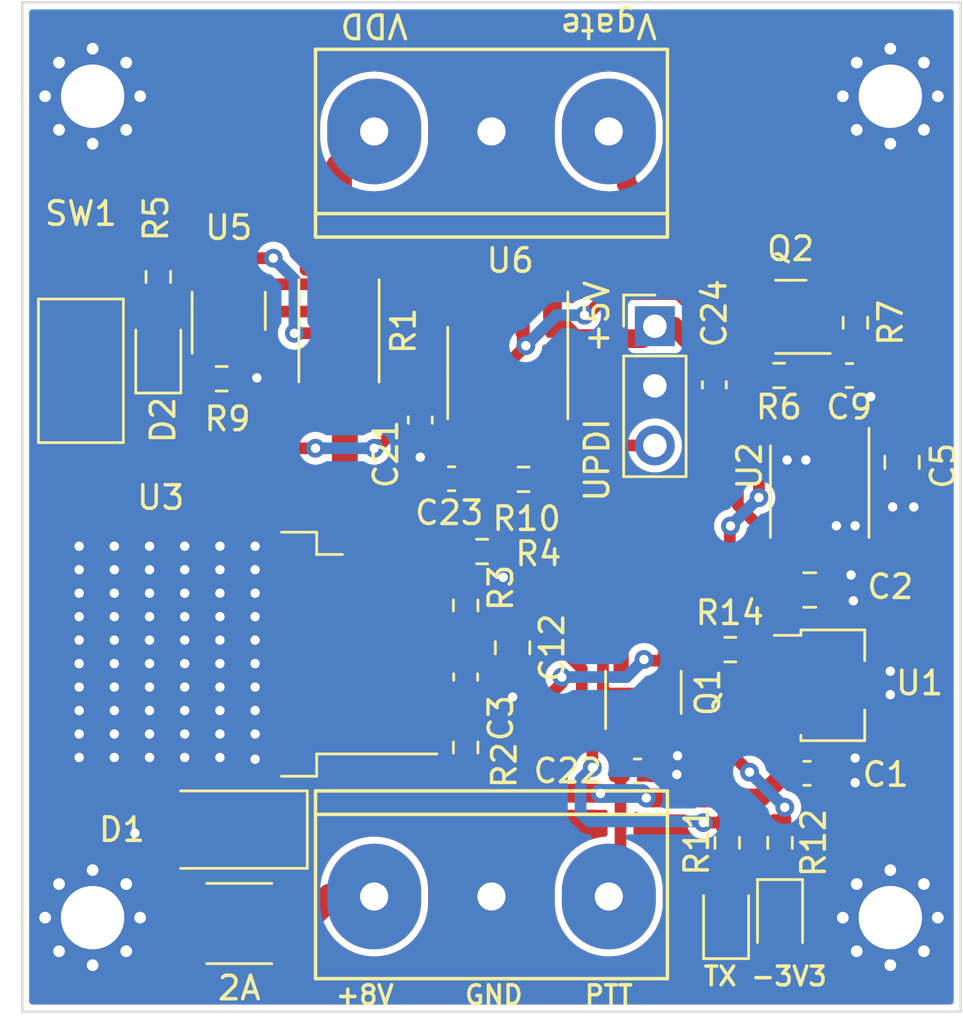
<source format=kicad_pcb>
(kicad_pcb (version 20211014) (generator pcbnew)
  (layers (0 "F.Cu" signal) (31 "B.Cu" signal) (34 "B.Paste" user) (35 "F.Paste" user) (36 "B.SilkS" user "B.Silkscreen") (37 "F.SilkS" user "F.Silkscreen") (38 "B.Mask" user) (39 "F.Mask" user) (44 "Edge.Cuts" user))
  (net 0 "")
  (net 1 "GNDREF")
  (net 2 "+5V")
  (net 3 "Net-(F1-Pad1)")
  (net 4 "Net-(C5-Pad2)")
  (net 5 "Net-(C9-Pad2)")
  (net 6 "Net-(J3-Pad1)")
  (net 7 "Net-(C22-Pad1)")
  (net 8 "Net-(Q1-Pad1)")
  (net 9 "Net-(Q1-Pad2)")
  (net 10 "Net-(R3-Pad2)")
  (net 11 "Net-(C12-Pad1)")
  (net 12 "Net-(D3-Pad2)")
  (net 13 "Net-(D4-Pad1)")
  (net 14 "Net-(C21-Pad2)")
  (net 15 "Net-(C23-Pad1)")
  (net 16 "Net-(J3-Pad3)")
  (net 17 "Net-(J2-Pad3)")
  (net 18 "Net-(Q1-Pad3)")
  (net 19 "Net-(R9-Pad1)")
  (net 20 "Net-(R5-Pad1)")
  (net 21 "Net-(D2-Pad2)")
  (net 22 "Net-(C3-Pad1)")
  (footprint "Capacitor_SMD:C_0603_1608Metric" (layer "F.Cu") (at 177.225 86.75)
    (fp_text reference "C22")
    (fp_text value "100n")
  )
  (footprint "Resistor_SMD:R_0603_1608Metric" (layer "F.Cu") (at 172.365 74.325 180)
    (fp_text reference "R10")
    (fp_text value "470R")
  )
  (footprint "Capacitor_SMD:C_0603_1608Metric" (layer "F.Cu") (at 186.2625 69.9 180)
    (fp_text reference "C9")
    (fp_text value "100n")
  )
  (footprint "Package_TO_SOT_SMD:TO-263-5_TabPin3" (layer "F.Cu") (at 160.6 81.775 180)
    (fp_text reference "U3")
    (fp_text value "MIC29302")
  )
  (footprint "Capacitor_SMD:C_0603_1608Metric" (layer "F.Cu") (at 180.5 70.3 -90)
    (fp_text reference "C24")
    (fp_text value "100n")
  )
  (footprint "Diode_SMD:D_SMA" (layer "F.Cu") (at 159.75 89.25 180)
    (fp_text reference "D1")
    (fp_text value "SS34")
  )
  (footprint "Resistor_SMD:R_0603_1608Metric" (layer "F.Cu") (at 170.6 77.4)
    (fp_text reference "R4")
    (fp_text value "4K7")
  )
  (footprint "Package_TO_SOT_SMD:SOT-23" (layer "F.Cu") (at 183.7625 67.4 180)
    (fp_text reference "Q2")
    (fp_text value "BC850")
  )
  (footprint "MountingHole:MountingHole_2.7mm_M2.5_Pad_Via" (layer "F.Cu") (at 154 58)
    (fp_text reference "H5" hide)
    (fp_text value "~")
  )
  (footprint "MyFootprints:SOT-25_HandSoldering" (layer "F.Cu") (at 177.475 83.4 90)
    (fp_text reference "Q1")
    (fp_text value "FMG1")
  )
  (footprint "Resistor_SMD:R_0603_1608Metric" (layer "F.Cu") (at 183.3 89.8125 -90)
    (fp_text reference "R12")
    (fp_text value "180R")
  )
  (footprint "Fuse:Fuse_1812_4532Metric_Pad1.30x3.40mm_HandSolder" (layer "F.Cu") (at 160.25 93.25 180)
    (fp_text reference "F1" hide)
    (fp_text value "2A")
  )
  (footprint "Package_TO_SOT_SMD:SOT-23-5" (layer "F.Cu") (at 159.8 67.15 90)
    (fp_text reference "U5")
    (fp_text value "INA168")
  )
  (footprint "Capacitor_SMD:C_0603_1608Metric" (layer "F.Cu") (at 167.965 71.8 90)
    (fp_text reference "C21")
    (fp_text value "100n")
  )
  (footprint "LED_SMD:LED_0805_2012Metric" (layer "F.Cu") (at 181 93.0625 90)
    (fp_text reference "D3" hide)
    (fp_text value "LED")
  )
  (footprint "Resistor_SMD:R_0603_1608Metric" (layer "F.Cu") (at 156.8 65.7 -90)
    (fp_text reference "R5")
    (fp_text value "330R")
  )
  (footprint "Capacitor_SMD:C_0603_1608Metric" (layer "F.Cu") (at 169.3 74.3 180)
    (fp_text reference "C23")
    (fp_text value "100n")
  )
  (footprint "Resistor_SMD:R_0603_1608Metric" (layer "F.Cu") (at 186.5125 67.65 90)
    (fp_text reference "R7")
    (fp_text value "10K")
  )
  (footprint "Resistor_SMD:R_2512_6332Metric" (layer "F.Cu") (at 164.5 68 90)
    (fp_text reference "R1")
    (fp_text value "0.05R")
  )
  (footprint "Capacitor_SMD:C_0805_2012Metric" (layer "F.Cu") (at 188.5 73.6 90)
    (fp_text reference "C5")
    (fp_text value "10u")
  )
  (footprint "MountingHole:MountingHole_2.7mm_M2.5_Pad_Via" (layer "F.Cu") (at 188 93)
    (fp_text reference "H2" hide)
    (fp_text value "~")
  )
  (footprint "MyFootprints:KF301-3P" (layer "F.Cu") (at 171 92.1 180)
    (fp_text reference "J1" hide)
    (fp_text value "8V-DC" hide)
  )
  (footprint "Resistor_SMD:R_0603_1608Metric" (layer "F.Cu") (at 169.9 85.75 -90)
    (fp_text reference "R2")
    (fp_text value "4K7")
  )
  (footprint "Resistor_SMD:R_0603_1608Metric" (layer "F.Cu") (at 183.2625 69.9 180)
    (fp_text reference "R6")
    (fp_text value "27K")
  )
  (footprint "Package_TO_SOT_SMD:SOT-89-3" (layer "F.Cu") (at 185.25 83.1)
    (fp_text reference "U1")
    (fp_text value "L78L05_SOT89")
  )
  (footprint "Capacitor_SMD:C_0603_1608Metric" (layer "F.Cu") (at 169.9 82.75 90)
    (fp_text reference "C3")
    (fp_text value "100n")
  )
  (footprint "MyFootprints:KF301-3P" (layer "F.Cu") (at 171 59.5)
    (fp_text reference "J3" hide)
    (fp_text value "RF_unit" hide)
  )
  (footprint "Resistor_SMD:R_0603_1608Metric" (layer "F.Cu") (at 169.9 79.7 90)
    (fp_text reference "R3")
    (fp_text value "22K")
  )
  (footprint "Package_SO:SOIC-8_3.9x4.9mm_P1.27mm" (layer "F.Cu") (at 171.695 69.795 -90)
    (fp_text reference "U6")
    (fp_text value "ATtiny412-SS")
  )
  (footprint "MountingHole:MountingHole_2.7mm_M2.5_Pad_Via" (layer "F.Cu") (at 154 93)
    (fp_text reference "H3" hide)
    (fp_text value "~")
  )
  (footprint "Capacitor_SMD:C_0603_1608Metric" (layer "F.Cu") (at 184.45 86.85)
    (fp_text reference "C1")
    (fp_text value "100n")
  )
  (footprint "LED_SMD:LED_0805_2012Metric" (layer "F.Cu") (at 156.8 68.9625 90)
    (fp_text reference "D2")
    (fp_text value "LED")
  )
  (footprint "Resistor_SMD:R_0603_1608Metric" (layer "F.Cu") (at 181.05 89.8125 -90)
    (fp_text reference "R11")
    (fp_text value "1K")
  )
  (footprint "MyFootprints:R05C1TF05S" (layer "F.Cu") (at 184.99 74.85 -90)
    (fp_text reference "U2")
    (fp_text value "R05C1TF05S-R")
  )
  (footprint "MountingHole:MountingHole_2.7mm_M2.5_Pad_Via" (layer "F.Cu") (at 188 58)
    (fp_text reference "H6" hide)
    (fp_text value "~")
  )
  (footprint "Capacitor_SMD:C_0805_2012Metric" (layer "F.Cu") (at 184.565 79.04)
    (fp_text reference "C2")
    (fp_text value "10u")
  )
  (footprint "Connector_PinHeader_2.54mm:PinHeader_1x03_P2.54mm_Vertical" (layer "F.Cu") (at 177.965 67.8)
    (fp_text reference "J2" hide)
    (fp_text value "UPDI")
  )
  (footprint "Resistor_SMD:R_0603_1608Metric" (layer "F.Cu") (at 159.5 70.0375)
    (fp_text reference "R9")
    (fp_text value "10K")
  )
  (footprint "LED_SMD:LED_0805_2012Metric" (layer "F.Cu") (at 183.3 93.0625 -90)
    (fp_text reference "D4" hide)
    (fp_text value "LED")
  )
  (footprint "Button_Switch_SMD:SW_SPST_FSMSM" (layer "F.Cu") (at 153.5 69.7 90)
    (fp_text reference "SW1")
    (fp_text value "SW_Push")
  )
  (footprint "Capacitor_SMD:C_0805_2012Metric" (layer "F.Cu") (at 171.9 81.5 -90)
    (fp_text reference "C12")
    (fp_text value "10u")
  )
  (footprint "Resistor_SMD:R_0603_1608Metric" (layer "F.Cu") (at 181.18 81.58 180)
    (fp_text reference "R14")
    (fp_text value "10K")
  )
  (gr_rect (start 151 54) (end 191 97) (layer "Edge.Cuts") (width 0.1) (fill none))
  (gr_text "+5V" (at 175.5 67.4 90) (layer "F.SilkS") (effects (font (size 1 1))))
  (gr_text "2A" (at 160.25 96) (layer "F.SilkS") (effects (font (size 1 1))))
  (gr_text "Vgate" (at 176 55 180) (layer "F.SilkS") (effects (font (size 1 1))))
  (gr_text "PTT" (at 176 96.3) (layer "F.SilkS") (effects (font (size 0.8 0.8))))
  (gr_text "VDD" (at 166 55 180) (layer "F.SilkS") (effects (font (size 1 1))))
  (gr_text "TX" (at 180.75 95.5) (layer "F.SilkS") (effects (font (size 0.8 0.8))))
  (gr_text "-3V3" (at 183.68 95.5) (layer "F.SilkS") (effects (font (size 0.8 0.8))))
  (gr_text "+8V" (at 165.6 96.3) (layer "F.SilkS") (effects (font (size 0.8 0.8))))
  (gr_text "GND" (at 171.1 96.3) (layer "F.SilkS") (effects (font (size 0.8 0.8))))
  (gr_text "UPDI" (at 175.5 73.5 90) (layer "F.SilkS") (effects (font (size 1 1))))
  (segment (start 189 75.05) (end 188.5 74.55) (width 0.5) (layer "F.Cu") (net 1))
  (segment (start 188.5 74.55) (end 188.5 75.1) (width 0.5) (layer "F.Cu") (net 1))
  (segment (start 189 75.5) (end 189 75.05) (width 0.5) (layer "F.Cu") (net 1))
  (segment (start 178.5 86.8) (end 177.475 85.775) (width 0.5) (layer "F.Cu") (net 1))
  (segment (start 186.5 76.3) (end 186.5 77.1225) (width 0.8) (layer "F.Cu") (net 1))
  (segment (start 184.399022 83.1) (end 183.6875 83.1) (width 0.8) (layer "F.Cu") (net 1))
  (segment (start 159.8 68.2875) (end 159.8 69.5125) (width 0.5) (layer "F.Cu") (net 1))
  (segment (start 186.155 78.4) (end 185.515 79.04) (width 0.5) (layer "F.Cu") (net 1))
  (segment (start 186.325 78.4) (end 186.155 78.4) (width 0.5) (layer "F.Cu") (net 1))
  (segment (start 186.425 79.5) (end 185.975 79.5) (width 0.5) (layer "F.Cu") (net 1))
  (segment (start 184.69 72.425) (end 184.69 73.39) (width 0.5) (layer "F.Cu") (net 1))
  (segment (start 185.8 87.25) (end 185.4 86.85) (width 0.5) (layer "F.Cu") (net 1))
  (segment (start 185.7 76.3) (end 185.7 76.3225) (width 0.8) (layer "F.Cu") (net 1))
  (segment (start 184.09 72.425) (end 184.09 73.21) (width 0.5) (layer "F.Cu") (net 1))
  (segment (start 178.65 86.75) (end 178 86.75) (width 0.5) (layer "F.Cu") (net 1))
  (segment (start 177.455 70.85) (end 177.965 70.34) (width 0.5) (layer "F.Cu") (net 1))
  (segment (start 184.0875 83.5) (end 183.6875 83.1) (width 0.5) (layer "F.Cu") (net 1))
  (segment (start 185.29 77.275) (end 185.29 76.71) (width 0.3) (layer "F.Cu") (net 1))
  (segment (start 179.765 70.34) (end 180.5 71.075) (width 0.5) (layer "F.Cu") (net 1))
  (segment (start 178.932273 86.367727) (end 178.5 86.8) (width 0.5) (layer "F.Cu") (net 1))
  (segment (start 183.4 72.4075) (end 183.4 73.1925) (width 0.5) (layer "F.Cu") (net 1))
  (segment (start 178.932273 86.101121) (end 178.932273 86.367727) (width 0.5) (layer "F.Cu") (net 1))
  (segment (start 185.4 86.85) (end 185.4 84.100978) (width 0.8) (layer "F.Cu") (net 1))
  (segment (start 175.215 70.85) (end 177.455 70.85) (width 0.5) (layer "F.Cu") (net 1))
  (segment (start 185.4 84.100978) (end 184.399022 83.1) (width 0.8) (layer "F.Cu") (net 1))
  (segment (start 175.215 70.85) (end 175.02 70.85) (width 0.5) (layer "F.Cu") (net 1))
  (segment (start 186.05 86.2) (end 185.4 86.85) (width 0.5) (layer "F.Cu") (net 1))
  (segment (start 186.5 87.25) (end 185.8 87.25) (width 0.5) (layer "F.Cu") (net 1))
  (segment (start 177.965 70.34) (end 179.765 70.34) (width 0.5) (layer "F.Cu") (net 1))
  (segment (start 188.5 75.1) (end 188.1 75.5) (width 0.5) (layer "F.Cu") (net 1))
  (segment (start 188 83.5) (end 184.0875 83.5) (width 0.5) (layer "F.Cu") (net 1))
  (segment (start 185.29 76.71) (end 185.7 76.3) (width 0.3) (layer "F.Cu") (net 1))
  (segment (start 159.8 69.5125) (end 160.325 70.0375) (width 0.5) (layer "F.Cu") (net 1))
  (segment (start 187.0375 69.9) (end 187.0375 70.6745) (width 0.5) (layer "F.Cu") (net 1))
  (segment (start 186.6275 77.25) (end 186.45 77.25) (width 0.3) (layer "F.Cu") (net 1))
  (segment (start 177.475 85.775) (end 177.475 84.75) (width 0.5) (layer "F.Cu") (net 1))
  (segment (start 186.45 77.25) (end 185.915 77.25) (width 0.3) (layer "F.Cu") (net 1))
  (segment (start 184.39 73.49) (end 184.4 73.5) (width 0.5) (layer "F.Cu") (net 1))
  (segment (start 185.7 76.38875) (end 185.7 77.21125) (width 0.8) (layer "F.Cu") (net 1))
  (segment (start 188 82.5) (end 184.2875 82.5) (width 0.5) (layer "F.Cu") (net 1))
  (segment (start 186.5 86.2) (end 186.05 86.2) (width 0.5) (layer "F.Cu") (net 1))
  (segment (start 175.02 70.85) (end 173.6 72.27) (width 0.5) (layer "F.Cu") (net 1))
  (segment (start 187.0375 70.6745) (end 187.163 70.8) (width 0.5) (layer "F.Cu") (net 1))
  (segment (start 185.975 79.5) (end 185.515 79.04) (width 0.5) (layer "F.Cu") (net 1))
  (segment (start 184.2875 82.5) (end 183.6875 83.1) (width 0.5) (layer "F.Cu") (net 1))
  (via (at 157.925 81.175) (size 0.8) (drill 0.4) (layers "F.Cu" "B.Cu") (net 1))
  (via (at 161 70) (size 0.8) (drill 0.4) (layers "F.Cu" "B.Cu") (net 1))
  (via (at 155.8 89.4) (size 0.8) (drill 0.4) (layers "F.Cu" "B.Cu") (net 1))
  (via (at 185.7 76.3) (size 0.8) (drill 0.4) (layers "F.Cu" "B.Cu") (net 1))
  (via (at 186.325 78.4) (size 0.8) (drill 0.4) (layers "F.Cu" "B.Cu") (net 1))
  (via (at 156.425 83.175) (size 0.8) (drill 0.4) (layers "F.Cu" "B.Cu") (net 1))
  (via (at 186.5 86.2) (size 0.8) (drill 0.4) (layers "F.Cu" "B.Cu") (net 1))
  (via (at 156.425 80.175) (size 0.8) (drill 0.4) (layers "F.Cu" "B.Cu") (net 1))
  (via (at 160.925 78.175) (size 0.8) (drill 0.4) (layers "F.Cu" "B.Cu") (net 1))
  (via (at 154.925 82.175) (size 0.8) (drill 0.4) (layers "F.Cu" "B.Cu") (net 1))
  (via (at 154.925 84.175) (size 0.8) (drill 0.4) (layers "F.Cu" "B.Cu") (net 1))
  (via (at 184.4 73.5) (size 0.8) (drill 0.4) (layers "F.Cu" "B.Cu") (net 1))
  (via (at 171.9 83.6) (size 0.8) (drill 0.4) (layers "F.Cu" "B.Cu") (net 1))
  (via (at 153.425 80.175) (size 0.8) (drill 0.4) (layers "F.Cu" "B.Cu") (net 1))
  (via (at 156.425 77.175) (size 0.8) (drill 0.4) (layers "F.Cu" "B.Cu") (net 1))
  (via (at 160.925 86.25) (size 0.8) (drill 0.4) (layers "F.Cu" "B.Cu") (net 1))
  (via (at 156.425 81.175) (size 0.8) (drill 0.4) (layers "F.Cu" "B.Cu") (net 1))
  (via (at 154.925 83.175) (size 0.8) (drill 0.4) (layers "F.Cu" "B.Cu") (net 1))
  (via (at 156.425 79.175) (size 0.8) (drill 0.4) (layers "F.Cu" "B.Cu") (net 1))
  (via (at 188 83.5) (size 0.8) (drill 0.4) (layers "F.Cu" "B.Cu") (net 1))
  (via (at 160.925 80.175) (size 0.8) (drill 0.4) (layers "F.Cu" "B.Cu") (net 1))
  (via (at 159.425 86.175) (size 0.8) (drill 0.4) (layers "F.Cu" "B.Cu") (net 1))
  (via (at 160.925 83.175) (size 0.8) (drill 0.4) (layers "F.Cu" "B.Cu") (net 1))
  (via (at 160.925 81.175) (size 0.8) (drill 0.4) (layers "F.Cu" "B.Cu") (net 1))
  (via (at 159.425 79.175) (size 0.8) (drill 0.4) (layers "F.Cu" "B.Cu") (net 1))
  (via (at 153.425 83.175) (size 0.8) (drill 0.4) (layers "F.Cu" "B.Cu") (net 1))
  (via (at 153.425 79.175) (size 0.8) (drill 0.4) (layers "F.Cu" "B.Cu") (net 1))
  (via (at 153.425 81.175) (size 0.8) (drill 0.4) (layers "F.Cu" "B.Cu") (net 1))
  (via (at 159.425 85.175) (size 0.8) (drill 0.4) (layers "F.Cu" "B.Cu") (net 1))
  (via (at 188 82.5) (size 0.8) (drill 0.4) (layers "F.Cu" "B.Cu") (net 1))
  (via (at 178.9 86.9) (size 0.8) (drill 0.4) (layers "F.Cu" "B.Cu") (net 1))
  (via (at 159.425 83.175) (size 0.8) (drill 0.4) (layers "F.Cu" "B.Cu") (net 1))
  (via (at 153.425 85.175) (size 0.8) (drill 0.4) (layers "F.Cu" "B.Cu") (net 1))
  (via (at 153.425 82.175) (size 0.8) (drill 0.4) (layers "F.Cu" "B.Cu") (net 1))
  (via (at 159.425 81.175) (size 0.8) (drill 0.4) (layers "F.Cu" "B.Cu") (net 1))
  (via (at 186.5 76.3) (size 0.8) (drill 0.4) (layers "F.Cu" "B.Cu") (net 1))
  (via (at 157.925 82.175) (size 0.8) (drill 0.4) (layers "F.Cu" "B.Cu") (net 1))
  (via (at 160.925 85.175) (size 0.8) (drill 0.4) (layers "F.Cu" "B.Cu") (net 1))
  (via (at 157.925 80.175) (size 0.8) (drill 0.4) (layers "F.Cu" "B.Cu") (net 1))
  (via (at 154.925 78.175) (size 0.8) (drill 0.4) (layers "F.Cu" "B.Cu") (net 1))
  (via (at 156.425 82.175) (size 0.8) (drill 0.4) (layers "F.Cu" "B.Cu") (net 1))
  (via (at 154.925 77.175) (size 0.8) (drill 0.4) (layers "F.Cu" "B.Cu") (net 1))
  (via (at 167.965 73.38) (size 0.8) (drill 0.4) (layers "F.Cu" "B.Cu") (net 1))
  (via (at 153.425 86.175) (size 0.8) (drill 0.4) (layers "F.Cu" "B.Cu") (net 1))
  (via (at 160.925 79.175) (size 0.8) (drill 0.4) (layers "F.Cu" "B.Cu") (net 1))
  (via (at 187.163 70.8) (size 0.8) (drill 0.4) (layers "F.Cu" "B.Cu") (net 1))
  (via (at 153.425 84.175) (size 0.8) (drill 0.4) (layers "F.Cu" "B.Cu") (net 1))
  (via (at 154.925 80.175) (size 0.8) (drill 0.4) (layers "F.Cu" "B.Cu") (net 1))
  (via (at 153.425 78.175) (size 0.8) (drill 0.4) (layers "F.Cu" "B.Cu") (net 1))
  (via (at 186.5 87.25) (size 0.8) (drill 0.4) (layers "F.Cu" "B.Cu") (net 1))
  (via (at 156.425 84.175) (size 0.8) (drill 0.4) (layers "F.Cu" "B.Cu") (net 1))
  (via (at 159.425 78.175) (size 0.8) (drill 0.4) (layers "F.Cu" "B.Cu") (net 1))
  (via (at 157.925 79.175) (size 0.8) (drill 0.4) (layers "F.Cu" "B.Cu") (net 1))
  (via (at 154.925 81.175) (size 0.8) (drill 0.4) (layers "F.Cu" "B.Cu") (net 1))
  (via (at 171.5 78.5) (size 0.8) (drill 0.4) (layers "F.Cu" "B.Cu") (net 1))
  (via (at 183.6 73.5) (size 0.8) (drill 0.4) (layers "F.Cu" "B.Cu") (net 1))
  (via (at 157.925 77.175) (size 0.8) (drill 0.4) (layers "F.Cu" "B.Cu") (net 1))
  (via (at 156.425 78.175) (size 0.8) (drill 0.4) (layers "F.Cu" "B.Cu") (net 1))
  (via (at 154.925 85.175) (size 0.8) (drill 0.4) (layers "F.Cu" "B.Cu") (net 1))
  (via (at 157.925 84.175) (size 0.8) (drill 0.4) (layers "F.Cu" "B.Cu") (net 1))
  (via (at 154.925 79.175) (size 0.8) (drill 0.4) (layers "F.Cu" "B.Cu") (net 1))
  (via (at 178.932273 86.101121) (size 0.8) (drill 0.4) (layers "F.Cu" "B.Cu") (net 1))
  (via (at 159.425 80.175) (size 0.8) (drill 0.4) (layers "F.Cu" "B.Cu") (net 1))
  (via (at 186.425 79.5) (size 0.8) (drill 0.4) (layers "F.Cu" "B.Cu") (net 1))
  (via (at 157.925 78.175) (size 0.8) (drill 0.4) (layers "F.Cu" "B.Cu") (net 1))
  (via (at 160.925 82.175) (size 0.8) (drill 0.4) (layers "F.Cu" "B.Cu") (net 1))
  (via (at 189 75.5) (size 0.8) (drill 0.4) (layers "F.Cu" "B.Cu") (net 1))
  (via (at 154.925 86.175) (size 0.8) (drill 0.4) (layers "F.Cu" "B.Cu") (net 1))
  (via (at 159.425 82.175) (size 0.8) (drill 0.4) (layers "F.Cu" "B.Cu") (net 1))
  (via (at 159.425 84.175) (size 0.8) (drill 0.4) (layers "F.Cu" "B.Cu") (net 1))
  (via (at 188.1 75.5) (size 0.8) (drill 0.4) (layers "F.Cu" "B.Cu") (net 1))
  (via (at 153.425 77.175) (size 0.8) (drill 0.4) (layers "F.Cu" "B.Cu") (net 1))
  (via (at 157.925 83.175) (size 0.8) (drill 0.4) (layers "F.Cu" "B.Cu") (net 1))
  (via (at 160.925 84.175) (size 0.8) (drill 0.4) (layers "F.Cu" "B.Cu") (net 1))
  (via (at 157.925 86.175) (size 0.8) (drill 0.4) (layers "F.Cu" "B.Cu") (net 1))
  (via (at 159.425 77.175) (size 0.8) (drill 0.4) (layers "F.Cu" "B.Cu") (net 1))
  (via (at 157.925 85.175) (size 0.8) (drill 0.4) (layers "F.Cu" "B.Cu") (net 1))
  (via (at 156.425 86.175) (size 0.8) (drill 0.4) (layers "F.Cu" "B.Cu") (net 1))
  (via (at 160.925 77.175) (size 0.8) (drill 0.4) (layers "F.Cu" "B.Cu") (net 1))
  (via (at 156.425 85.175) (size 0.8) (drill 0.4) (layers "F.Cu" "B.Cu") (net 1))
  (segment (start 183.24048 77.275) (end 183.24048 77.752042) (width 0.8) (layer "F.Cu") (net 2))
  (segment (start 173.6 67.378523) (end 174.550988 68.329511) (width 0.8) (layer "F.Cu") (net 2))
  (segment (start 158.85 66.0125) (end 159.0125 66.0125) (width 0.5) (layer "F.Cu") (net 2))
  (segment (start 173.6 66.555019) (end 172.790461 65.74548) (width 0.8) (layer "F.Cu") (net 2))
  (segment (start 181.5 75.4225) (end 183.3525 77.275) (width 0.5) (layer "F.Cu") (net 2))
  (segment (start 173.6 67.32) (end 173.6 67.378523) (width 0.8) (layer "F.Cu") (net 2))
  (segment (start 183.6 81.6) (end 183.6 77.5225) (width 1.1) (layer "F.Cu") (net 2))
  (segment (start 183.6 81.6) (end 182.025 81.6) (width 0.5) (layer "F.Cu") (net 2))
  (segment (start 173.6 67.32) (end 173.6 66.908573) (width 0.3) (layer "F.Cu") (net 2))
  (segment (start 180.92677 69.95177) (end 180.5 69.525) (width 0.5) (layer "F.Cu") (net 2))
  (segment (start 174.550988 68.329511) (end 177.435489 68.329511) (width 0.8) (layer "F.Cu") (net 2))
  (segment (start 168.09952 65.74548) (end 166.66952 67.17548) (width 0.8) (layer "F.Cu") (net 2))
  (segment (start 159.0125 66.0125) (end 160.17548 67.17548) (width 0.5) (layer "F.Cu") (net 2))
  (segment (start 177.435489 68.329511) (end 177.965 67.8) (width 0.8) (layer "F.Cu") (net 2))
  (segment (start 181.5 69.95177) (end 181.5 75.4225) (width 0.5) (layer "F.Cu") (net 2))
  (segment (start 173.6 66.767151) (end 173.6 67.32) (width 0.5) (layer "F.Cu") (net 2))
  (segment (start 184.09 77.275) (end 184.69 77.275) (width 0.5) (layer "F.Cu") (net 2))
  (segment (start 172.790461 65.74548) (end 168.09952 65.74548) (width 0.8) (layer "F.Cu") (net 2))
  (segment (start 178.775 67.8) (end 180.5 69.525) (width 0.8) (layer "F.Cu") (net 2))
  (segment (start 173.6 67.32) (end 173.6 66.555019) (width 0.8) (layer "F.Cu") (net 2))
  (segment (start 182.025 81.6) (end 182.005 81.58) (width 0.5) (layer "F.Cu") (net 2))
  (segment (start 177.965 67.8) (end 178.775 67.8) (width 0.8) (layer "F.Cu") (net 2))
  (segment (start 181.5 69.95177) (end 180.92677 69.95177) (width 0.5) (layer "F.Cu") (net 2))
  (segment (start 160.17548 67.17548) (end 166.66952 67.17548) (width 0.5) (layer "F.Cu") (net 2))
  (segment (start 183.6 77.5225) (end 183.3525 77.275) (width 1.1) (layer "F.Cu") (net 2))
  (segment (start 164.125 92.1) (end 163.225 93) (width 1.1) (layer "F.Cu") (net 3))
  (segment (start 166.83 92.1) (end 164.125 92.1) (width 1.1) (layer "F.Cu") (net 3))
  (segment (start 186.6275 72.425) (end 185.89 72.425) (width 0.3) (layer "F.Cu") (net 4))
  (segment (start 182.935978 71.6) (end 184.97943 71.6) (width 0.5) (layer "F.Cu") (net 4))
  (segment (start 188.5 72.65) (end 188.5 68.46) (width 0.8) (layer "F.Cu") (net 4))
  (segment (start 188.5 68.46) (end 186.865 66.825) (width 0.8) (layer "F.Cu") (net 4))
  (segment (start 181.16 85.96) (end 182 86.8) (width 0.5) (layer "F.Cu") (net 4))
  (segment (start 182.825 67.4) (end 185.9375 67.4) (width 0.5) (layer "F.Cu") (net 4))
  (segment (start 186.865 66.825) (end 186.5125 66.825) (width 0.8) (layer "F.Cu") (net 4))
  (segment (start 186.6275 72.425) (end 188.275 72.425) (width 0.8) (layer "F.Cu") (net 4))
  (segment (start 182.4 75.1) (end 182.4 72.135978) (width 0.5) (layer "F.Cu") (net 4))
  (segment (start 188.275 72.425) (end 188.5 72.65) (width 0.8) (layer "F.Cu") (net 4))
  (segment (start 184.97943 71.6) (end 185.725 72.34557) (width 0.5) (layer "F.Cu") (net 4))
  (segment (start 181.16 76.34) (end 181.16 80.75) (width 0.5) (layer "F.Cu") (net 4))
  (segment (start 186.5125 66.825) (end 186.595 66.825) (width 0.5) (layer "F.Cu") (net 4))
  (segment (start 181.16 82.395) (end 181.16 86) (width 0.5) (layer "F.Cu") (net 4))
  (segment (start 181.16 80.25) (end 181.16 85.96) (width 0.3) (layer "F.Cu") (net 4))
  (segment (start 183.5 88.3) (end 183.5 88.7875) (width 0.5) (layer "F.Cu") (net 4))
  (segment (start 182.4 72.135978) (end 182.935978 71.6) (width 0.5) (layer "F.Cu") (net 4))
  (segment (start 185.9375 67.4) (end 186.5125 66.825) (width 0.5) (layer "F.Cu") (net 4))
  (segment (start 183.5 88.7875) (end 183.3 88.9875) (width 0.5) (layer "F.Cu") (net 4))
  (segment (start 181.188062 76.311938) (end 181.16 76.34) (width 0.5) (layer "F.Cu") (net 4))
  (via (at 183.5 88.3) (size 0.8) (drill 0.4) (layers "F.Cu" "B.Cu") (net 4))
  (via (at 181.188062 76.311938) (size 0.8) (drill 0.4) (layers "F.Cu" "B.Cu") (net 4))
  (via (at 182 86.8) (size 0.8) (drill 0.4) (layers "F.Cu" "B.Cu") (net 4))
  (via (at 182.4 75.1) (size 0.8) (drill 0.4) (layers "F.Cu" "B.Cu") (net 4))
  (segment (start 182 86.8) (end 183.5 88.3) (width 0.5) (layer "B.Cu") (net 4))
  (segment (start 182.4 75.1) (end 181.188062 76.311938) (width 0.5) (layer "B.Cu") (net 4))
  (segment (start 184.0875 69.9) (end 184.0875 68.9625) (width 0.5) (layer "F.Cu") (net 5))
  (segment (start 184.0875 68.9625) (end 184.7 68.35) (width 0.5) (layer "F.Cu") (net 5))
  (segment (start 185.4875 69.9) (end 184.0875 69.9) (width 0.5) (layer "F.Cu") (net 5))
  (segment (start 186.5125 68.475) (end 186.5125 68.875) (width 0.3) (layer "F.Cu") (net 5))
  (segment (start 186.5125 68.875) (end 185.4875 69.9) (width 0.5) (layer "F.Cu") (net 5))
  (segment (start 164.5 61) (end 166 59.5) (width 1.1) (layer "F.Cu") (net 6))
  (segment (start 163.525 66.0125) (end 164.5 65.0375) (width 0.5) (layer "F.Cu") (net 6))
  (segment (start 160.75 66.0125) (end 163.525 66.0125) (width 0.5) (layer "F.Cu") (net 6))
  (segment (start 164.5 65.0375) (end 164.5 61) (width 1.1) (layer "F.Cu") (net 6))
  (segment (start 176.5 86.8) (end 176.45 86.75) (width 0.3) (layer "F.Cu") (net 7))
  (segment (start 176.525 84.75) (end 176.525 86.675) (width 0.5) (layer "F.Cu") (net 7))
  (segment (start 176.525 86.675) (end 176.45 86.75) (width 0.3) (layer "F.Cu") (net 7))
  (segment (start 176.5 91.77) (end 176.5 86.8) (width 0.5) (layer "F.Cu") (net 7))
  (segment (start 172.3 75.7) (end 176.525 79.925) (width 0.5) (layer "F.Cu") (net 8))
  (segment (start 172.33 72.27) (end 172.33 75.5) (width 0.3) (layer "F.Cu") (net 8))
  (segment (start 176.525 79.925) (end 176.525 82.05) (width 0.5) (layer "F.Cu") (net 8))
  (segment (start 172.3 75.5) (end 172.3 75.7) (width 0.5) (layer "F.Cu") (net 8))
  (segment (start 169.75 86.575) (end 168.35 85.175) (width 0.5) (layer "F.Cu") (net 9))
  (segment (start 170.425 86.575) (end 174 83) (width 0.5) (layer "F.Cu") (net 9))
  (segment (start 174 83) (end 174 82.75) (width 0.5) (layer "F.Cu") (net 9))
  (segment (start 178.425 82.05) (end 177.55 82.05) (width 0.5) (layer "F.Cu") (net 9))
  (segment (start 170.425 86.575) (end 169.75 86.575) (width 0.5) (layer "F.Cu") (net 9))
  (segment (start 168.35 85.175) (end 166.375 85.175) (width 0.5) (layer "F.Cu") (net 9))
  (segment (start 177.55 82.05) (end 177.5 82) (width 0.5) (layer "F.Cu") (net 9))
  (via (at 177.5 82) (size 0.8) (drill 0.4) (layers "F.Cu" "B.Cu") (net 9))
  (via (at 174 82.75) (size 0.8) (drill 0.4) (layers "F.Cu" "B.Cu") (net 9))
  (segment (start 174 82.75) (end 176.75 82.75) (width 0.5) (layer "B.Cu") (net 9))
  (segment (start 176.75 82.75) (end 177.5 82) (width 0.5) (layer "B.Cu") (net 9))
  (segment (start 169.4 78.375) (end 169.9 78.875) (width 0.3) (layer "F.Cu") (net 10))
  (segment (start 169.775 78.75) (end 169.9 78.875) (width 0.3) (layer "F.Cu") (net 10))
  (segment (start 166.375 78.375) (end 169.4 78.375) (width 0.3) (layer "F.Cu") (net 10))
  (segment (start 169.775 77.4) (end 169.775 78.75) (width 0.5) (layer "F.Cu") (net 10))
  (segment (start 171.875 80.525) (end 171.9 80.55) (width 0.3) (layer "F.Cu") (net 11))
  (segment (start 180.03 88.95) (end 181.0125 88.95) (width 0.5) (layer "F.Cu") (net 11))
  (segment (start 169.9 80.525) (end 171.875 80.525) (width 0.5) (layer "F.Cu") (net 11))
  (segment (start 175.3 86.6) (end 175.3 84.8) (width 0.5) (layer "F.Cu") (net 11))
  (segment (start 164.75 71) (end 164.75 75.25) (width 1.1) (layer "F.Cu") (net 11))
  (segment (start 166.375 80.075) (end 164.025978 80.075) (width 0.8) (layer "F.Cu") (net 11))
  (segment (start 175.3 84.8) (end 174.849511 84.349511) (width 0.5) (layer "F.Cu") (net 11))
  (segment (start 164.75 75.25) (end 163 77) (width 1.1) (layer "F.Cu") (net 11))
  (segment (start 160.75 68.2875) (end 161.2875 68.2875) (width 0.5) (layer "F.Cu") (net 11))
  (segment (start 166.375 80.075) (end 169.45 80.075) (width 0.5) (layer "F.Cu") (net 11))
  (segment (start 161.2875 68.2875) (end 163.9625 70.9625) (width 0.5) (layer "F.Cu") (net 11))
  (segment (start 163 79.049022) (end 163 77) (width 1.1) (layer "F.Cu") (net 11))
  (segment (start 173.001391 80.55) (end 171.9 80.55) (width 0.5) (layer "F.Cu") (net 11))
  (segment (start 174.849511 82.39812) (end 173.001391 80.55) (width 0.5) (layer "F.Cu") (net 11))
  (segment (start 174.849511 84.349511) (end 174.849511 82.39812) (width 0.5) (layer "F.Cu") (net 11))
  (segment (start 181.0125 88.95) (end 181.05 88.9875) (width 0.5) (layer "F.Cu") (net 11))
  (segment (start 169.45 80.075) (end 169.9 80.525) (width 0.5) (layer "F.Cu") (net 11))
  (segment (start 164.025978 80.075) (end 163 79.049022) (width 1.1) (layer "F.Cu") (net 11))
  (segment (start 163.9625 70.9625) (end 164.5 70.9625) (width 0.5) (layer "F.Cu") (net 11))
  (via (at 175.3 86.6) (size 0.8) (drill 0.4) (layers "F.Cu" "B.Cu") (net 11))
  (via (at 180.03 88.95) (size 0.8) (drill 0.4) (layers "F.Cu" "B.Cu") (net 11))
  (segment (start 174.79998 87.10002) (end 174.9 87) (width 0.5) (layer "B.Cu") (net 11))
  (segment (start 179.98 88.9) (end 180.03 88.95) (width 0.3) (layer "B.Cu") (net 11))
  (segment (start 175 88.75) (end 174.79998 88.54998) (width 0.5) (layer "B.Cu") (net 11))
  (segment (start 174.9 87) (end 175.3 86.6) (width 0.5) (layer "B.Cu") (net 11))
  (segment (start 174.79998 88.54998) (end 174.79998 87.10002) (width 0.5) (layer "B.Cu") (net 11))
  (segment (start 175 88.75) (end 175.15 88.9) (width 0.3) (layer "B.Cu") (net 11))
  (segment (start 175.15 88.9) (end 179.98 88.9) (width 0.5) (layer "B.Cu") (net 11))
  (segment (start 181.05 90.6375) (end 181.05 92.075) (width 0.8) (layer "F.Cu") (net 12))
  (segment (start 181.05 92.075) (end 181 92.125) (width 0.8) (layer "F.Cu") (net 12))
  (segment (start 183.3 90.6375) (end 183.3 92.125) (width 0.5) (layer "F.Cu") (net 13))
  (segment (start 172.33 68.765) (end 172.33 67.32) (width 0.5) (layer "F.Cu") (net 14))
  (segment (start 179.05548 66.43) (end 179.05548 66.51798) (width 0.5) (layer "F.Cu") (net 14))
  (segment (start 167.965 71.025) (end 169.190489 71.025) (width 0.5) (layer "F.Cu") (net 14))
  (segment (start 170.24952 70.84548) (end 172.33 68.765) (width 0.5) (layer "F.Cu") (net 14))
  (segment (start 175.065 67.33) (end 175.965 66.43) (width 0.5) (layer "F.Cu") (net 14))
  (segment (start 179.05548 66.51798) (end 182.4375 69.9) (width 0.5) (layer "F.Cu") (net 14))
  (segment (start 175.965 66.43) (end 179.05548 66.43) (width 0.5) (layer "F.Cu") (net 14))
  (segment (start 169.370009 70.84548) (end 170.24952 70.84548) (width 0.5) (layer "F.Cu") (net 14))
  (segment (start 169.190489 71.025) (end 169.370009 70.84548) (width 0.5) (layer "F.Cu") (net 14))
  (via (at 172.465 68.63) (size 0.8) (drill 0.4) (layers "F.Cu" "B.Cu") (net 14))
  (via (at 174.965 67.33) (size 0.8) (drill 0.4) (layers "F.Cu" "B.Cu") (net 14))
  (segment (start 173.765 67.33) (end 172.465 68.63) (width 0.5) (layer "B.Cu") (net 14))
  (segment (start 175.065 67.33) (end 173.765 67.33) (width 0.5) (layer "B.Cu") (net 14))
  (segment (start 171.06 73.845) (end 171.54 74.325) (width 0.3) (layer "F.Cu") (net 15))
  (segment (start 171.06 72.27) (end 171.06 73.845) (width 0.3) (layer "F.Cu") (net 15))
  (segment (start 171.06 73.4) (end 170.13 74.33) (width 0.25) (layer "F.Cu") (net 15))
  (segment (start 171.06 72.27) (end 171.06 73.4) (width 0.25) (layer "F.Cu") (net 15))
  (segment (start 181.45 66.45) (end 184.7 66.45) (width 0.8) (layer "F.Cu") (net 16))
  (segment (start 176.75 61) (end 176.75 61.75) (width 0.8) (layer "F.Cu") (net 16))
  (segment (start 176.75 61.75) (end 181.45 66.45) (width 0.8) (layer "F.Cu") (net 16))
  (segment (start 175.265 74.33) (end 173.195 74.33) (width 0.5) (layer "F.Cu") (net 17))
  (segment (start 176.715 72.88) (end 175.265 74.33) (width 0.5) (layer "F.Cu") (net 17))
  (segment (start 173.195 74.33) (end 173.19 74.325) (width 0.5) (layer "F.Cu") (net 17))
  (segment (start 177.965 72.88) (end 176.715 72.88) (width 0.5) (layer "F.Cu") (net 17))
  (segment (start 175.75 83.279022) (end 175.920978 83.45) (width 0.5) (layer "F.Cu") (net 18))
  (segment (start 169.3 72.73952) (end 169.3 75.28048) (width 0.25) (layer "F.Cu") (net 18))
  (segment (start 175.920978 83.45) (end 178.179022 83.45) (width 0.5) (layer "F.Cu") (net 18))
  (segment (start 179.079022 83.695978) (end 180.355 82.42) (width 0.5) (layer "F.Cu") (net 18))
  (segment (start 169.91 75.9) (end 171.60048 75.9) (width 0.5) (layer "F.Cu") (net 18))
  (segment (start 178.179022 83.45) (end 178.425 83.695978) (width 0.5) (layer "F.Cu") (net 18))
  (segment (start 175.75 80.13927) (end 175.75 83.279022) (width 0.5) (layer "F.Cu") (net 18))
  (segment (start 180.355 82.42) (end 180.355 81.58) (width 0.5) (layer "F.Cu") (net 18))
  (segment (start 178.425 83.695978) (end 178.425 84.75) (width 0.5) (layer "F.Cu") (net 18))
  (segment (start 169.35548 75.34548) (end 169.37 75.36) (width 0.25) (layer "F.Cu") (net 18))
  (segment (start 169.35 72.68952) (end 169.3 72.73952) (width 0.25) (layer "F.Cu") (net 18))
  (segment (start 171.600481 75.989751) (end 175.75 80.13927) (width 0.5) (layer "F.Cu") (net 18))
  (segment (start 169.3 75.28048) (end 169.35 75.33048) (width 0.25) (layer "F.Cu") (net 18))
  (segment (start 169.37 75.36) (end 169.91 75.9) (width 0.5) (layer "F.Cu") (net 18))
  (segment (start 171.60048 75.9) (end 171.600481 75.989751) (width 0.5) (layer "F.Cu") (net 18))
  (segment (start 169.79 72.27) (end 169.35548 72.70452) (width 0.25) (layer "F.Cu") (net 18))
  (segment (start 178.425 83.695978) (end 179.079022 83.695978) (width 0.5) (layer "F.Cu") (net 18))
  (segment (start 158.85 69.8625) (end 158.675 70.0375) (width 0.5) (layer "F.Cu") (net 19))
  (segment (start 167 72.111085) (end 167 70.561085) (width 0.5) (layer "F.Cu") (net 19))
  (segment (start 167 70.561085) (end 167.681085 69.88) (width 0.5) (layer "F.Cu") (net 19))
  (segment (start 171.06 67.872849) (end 169.052849 69.88) (width 0.5) (layer "F.Cu") (net 19))
  (segment (start 166.111085 73) (end 167 72.111085) (width 0.5) (layer "F.Cu") (net 19))
  (segment (start 169.052849 69.88) (end 167.62 69.88) (width 0.5) (layer "F.Cu") (net 19))
  (segment (start 158.675 70.0375) (end 158.675 71.175) (width 0.5) (layer "F.Cu") (net 19))
  (segment (start 171.06 67.32) (end 171.06 67.872849) (width 0.5) (layer "F.Cu") (net 19))
  (segment (start 158.85 68.2875) (end 158.85 69.8625) (width 0.5) (layer "F.Cu") (net 19))
  (segment (start 160.5 73) (end 163.5 73) (width 0.5) (layer "F.Cu") (net 19))
  (segment (start 166 73) (end 166.111085 73) (width 0.5) (layer "F.Cu") (net 19))
  (segment (start 158.675 71.175) (end 160.5 73) (width 0.5) (layer "F.Cu") (net 19))
  (via (at 163.5 73) (size 0.8) (drill 0.4) (layers "F.Cu" "B.Cu") (net 19))
  (via (at 166 73) (size 0.8) (drill 0.4) (layers "F.Cu" "B.Cu") (net 19))
  (segment (start 163.5 73) (end 166 73) (width 0.5) (layer "B.Cu") (net 19))
  (segment (start 169.01 68.1) (end 162.6 68.1) (width 0.5) (layer "F.Cu") (net 20))
  (segment (start 154.2 64.9) (end 153.6 65.5) (width 0.5) (layer "F.Cu") (net 20))
  (segment (start 169.79 67.32) (end 169.01 68.1) (width 0.5) (layer "F.Cu") (net 20))
  (segment (start 161.7 64.9) (end 154.2 64.9) (width 0.5) (layer "F.Cu") (net 20))
  (via (at 162.6 68.1) (size 0.8) (drill 0.4) (layers "F.Cu" "B.Cu") (net 20))
  (via (at 161.7 64.9) (size 0.8) (drill 0.4) (layers "F.Cu" "B.Cu") (net 20))
  (segment (start 162.6 68.1) (end 162.6 65.8) (width 0.5) (layer "B.Cu") (net 20))
  (segment (start 162.6 65.8) (end 161.7 64.9) (width 0.5) (layer "B.Cu") (net 20))
  (segment (start 156.8 66.525) (end 156.8 68.025) (width 0.5) (layer "F.Cu") (net 21))
  (segment (start 162.674511 88.925489) (end 162.674511 87.325489) (width 1.1) (layer "F.Cu") (net 22))
  (segment (start 162.524511 89.075489) (end 162.674511 88.925489) (width 1.1) (layer "F.Cu") (net 22))
  (segment (start 183.5 84.7) (end 183.6 84.6) (width 0.8) (layer "F.Cu") (net 22))
  (segment (start 158.025 93.25) (end 158.025 92.975) (width 1.1) (layer "F.Cu") (net 22))
  (segment (start 169.9 83.525) (end 166.425 83.525) (width 0.5) (layer "F.Cu") (net 22))
  (segment (start 183.5 86.85) (end 183.5 84.7) (width 0.8) (layer "F.Cu") (net 22))
  (segment (start 166.425 83.525) (end 166.375 83.475) (width 0.5) (layer "F.Cu") (net 22))
  (segment (start 158.025 92.975) (end 161.75 89.25) (width 1.1) (layer "F.Cu") (net 22))
  (segment (start 162.674511 87.325489) (end 162.674511 84.826467) (width 1.1) (layer "F.Cu") (net 22))
  (segment (start 163.049022 87.7) (end 162.674511 87.325489) (width 0.8) (layer "F.Cu") (net 22))
  (segment (start 162.674511 84.826467) (end 164.025978 83.475) (width 1.1) (layer "F.Cu") (net 22))
  (segment (start 169.75 83.675) (end 169.9 83.525) (width 0.5) (layer "F.Cu") (net 22))
  (segment (start 164.025978 83.475) (end 166.375 83.475) (width 1.1) (layer "F.Cu") (net 22))
  (segment (start 162.524511 89.075489) (end 162.5 89.1) (width 0.8) (layer "F.Cu") (net 22))
  (segment (start 182.45 87.9) (end 183.5 86.85) (width 0.8) (layer "F.Cu") (net 22))
  (segment (start 175.6495 87.710264) (end 175.639236 87.7) (width 0.8) (layer "F.Cu") (net 22))
  (segment (start 169.75 84.925) (end 169.75 83.675) (width 0.5) (layer "F.Cu") (net 22))
  (segment (start 175.639236 87.7) (end 163.049022 87.7) (width 0.8) (layer "F.Cu") (net 22))
  (segment (start 177.6 87.9) (end 182.45 87.9) (width 0.8) (layer "F.Cu") (net 22))
  (via (at 175.6495 87.710264) (size 0.8) (drill 0.4) (layers "F.Cu" "B.Cu") (net 22))
  (via (at 177.6 87.9) (size 0.8) (drill 0.4) (layers "F.Cu" "B.Cu") (net 22))
  (segment (start 177.410264 87.710264) (end 175.6495 87.710264) (width 0.8) (layer "B.Cu") (net 22))
  (segment (start 177.6 87.9) (end 177.410264 87.710264) (width 0.8) (layer "B.Cu") (net 22))
  (zone (net 1) (net_name "GNDREF") (layers F&B.Cu) (connect_pads yes (clearance 0.3)) (min_thickness 0.254) (fill yes (thermal_gap 0.508) (thermal_bridge_width 0.508))
    (polygon (pts (xy 191 97) (xy 151 97) (xy 151 53.9) (xy 191 53.9)))
  )
  (zone (net 1) (net_name "GNDREF") (layer "B.Cu") (connect_pads (clearance 0.508)) (min_thickness 0.254) (fill yes (thermal_gap 0.508) (thermal_bridge_width 0.508))
    (polygon (pts (xy 191 97) (xy 151 97) (xy 151 54) (xy 191 54)))
  )
)
</source>
